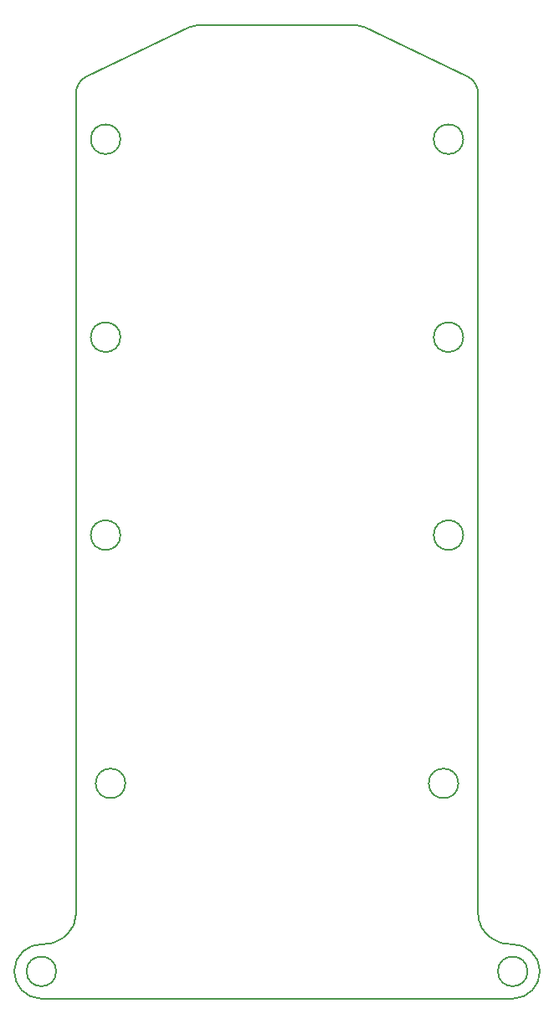
<source format=gm1>
G04 #@! TF.GenerationSoftware,KiCad,Pcbnew,7.0.7*
G04 #@! TF.CreationDate,2023-10-22T15:44:31+02:00*
G04 #@! TF.ProjectId,FC Control board 1.1,46432043-6f6e-4747-926f-6c20626f6172,rev?*
G04 #@! TF.SameCoordinates,Original*
G04 #@! TF.FileFunction,Profile,NP*
%FSLAX46Y46*%
G04 Gerber Fmt 4.6, Leading zero omitted, Abs format (unit mm)*
G04 Created by KiCad (PCBNEW 7.0.7) date 2023-10-22 15:44:31*
%MOMM*%
%LPD*%
G01*
G04 APERTURE LIST*
G04 #@! TA.AperFunction,Profile*
%ADD10C,0.200000*%
G04 #@! TD*
%ADD11C,0.200000*%
G04 APERTURE END LIST*
D10*
X184920435Y-191922927D02*
X184824248Y-191992261D01*
X198677853Y-99677040D02*
G75*
G03*
X197818249Y-99871209I47J-2000060D01*
G01*
X230480029Y-198050745D02*
G75*
G03*
X230316522Y-192554527I-20029J2749945D01*
G01*
X190770008Y-111220299D02*
G75*
G03*
X190770008Y-111220299I-1500000J0D01*
G01*
D11*
X226960000Y-189286475D02*
X226965453Y-189491261D01*
X226982133Y-189694377D01*
X227010517Y-189895462D01*
X227051084Y-190094155D01*
X227104310Y-190290096D01*
X227170675Y-190482924D01*
X227201007Y-190559104D01*
X186155663Y-190186029D02*
X186206873Y-189964383D01*
X186242474Y-189740201D01*
X186263256Y-189514045D01*
X186270008Y-189286475D01*
D10*
X182913484Y-192554565D02*
G75*
G03*
X182749979Y-198050708I-143484J-2746235D01*
G01*
X184270008Y-195300782D02*
G75*
G03*
X184270008Y-195300782I-1500000J0D01*
G01*
X215411766Y-99871193D02*
G75*
G03*
X214552155Y-99677056I-859466J-1805407D01*
G01*
X231960000Y-195300782D02*
G75*
G03*
X231960000Y-195300782I-1500000J0D01*
G01*
X228405759Y-191992262D02*
G75*
G03*
X230316522Y-192554526I1754241J2433662D01*
G01*
X228405760Y-191992261D02*
X228309573Y-191922927D01*
X197818249Y-99871209D02*
X187410404Y-104825465D01*
D11*
X227646704Y-191304157D02*
X227796561Y-191475306D01*
X227957603Y-191635276D01*
X228128913Y-191784379D01*
X228309573Y-191922927D01*
D10*
X225460000Y-111220299D02*
G75*
G03*
X225460000Y-111220299I-1500000J0D01*
G01*
X214552155Y-99677056D02*
X198677853Y-99677056D01*
D11*
X185811884Y-190983253D02*
X185919723Y-190793510D01*
X186012893Y-190597245D01*
X186091503Y-190394679D01*
X186155663Y-190186029D01*
D10*
X182749979Y-198050709D02*
X230480029Y-198050709D01*
X187410402Y-104825460D02*
G75*
G03*
X186270008Y-106631311I859598J-1805840D01*
G01*
D11*
X184920435Y-191922927D02*
X185083371Y-191798754D01*
X185238389Y-191666452D01*
X185384914Y-191525843D01*
X185522376Y-191376750D01*
X185650203Y-191218996D01*
X185767822Y-191052404D01*
X185811884Y-190983253D01*
D10*
X190770008Y-131220299D02*
G75*
G03*
X190770008Y-131220299I-1500000J0D01*
G01*
X225460000Y-151220299D02*
G75*
G03*
X225460000Y-151220299I-1500000J0D01*
G01*
X226960000Y-109053524D02*
X226960000Y-106631311D01*
X186270008Y-106631311D02*
X186270008Y-109053524D01*
X186270008Y-109053524D02*
X186270008Y-189286475D01*
X182913486Y-192554529D02*
G75*
G03*
X184824248Y-191992261I156514J2995929D01*
G01*
X225460000Y-131220299D02*
G75*
G03*
X225460000Y-131220299I-1500000J0D01*
G01*
X225819604Y-104825465D02*
X215411759Y-99871209D01*
X226960000Y-189286475D02*
X226960000Y-109053524D01*
X191270008Y-176300782D02*
G75*
G03*
X191270008Y-176300782I-1500000J0D01*
G01*
D11*
X227201007Y-190559104D02*
X227291870Y-190757537D01*
X227396602Y-190947883D01*
X227514960Y-191130103D01*
X227646704Y-191304157D01*
D10*
X190770008Y-151220299D02*
G75*
G03*
X190770008Y-151220299I-1500000J0D01*
G01*
X226959989Y-106631311D02*
G75*
G03*
X225819604Y-104825466I-1999989J11D01*
G01*
X224960000Y-176300782D02*
G75*
G03*
X224960000Y-176300782I-1500000J0D01*
G01*
M02*

</source>
